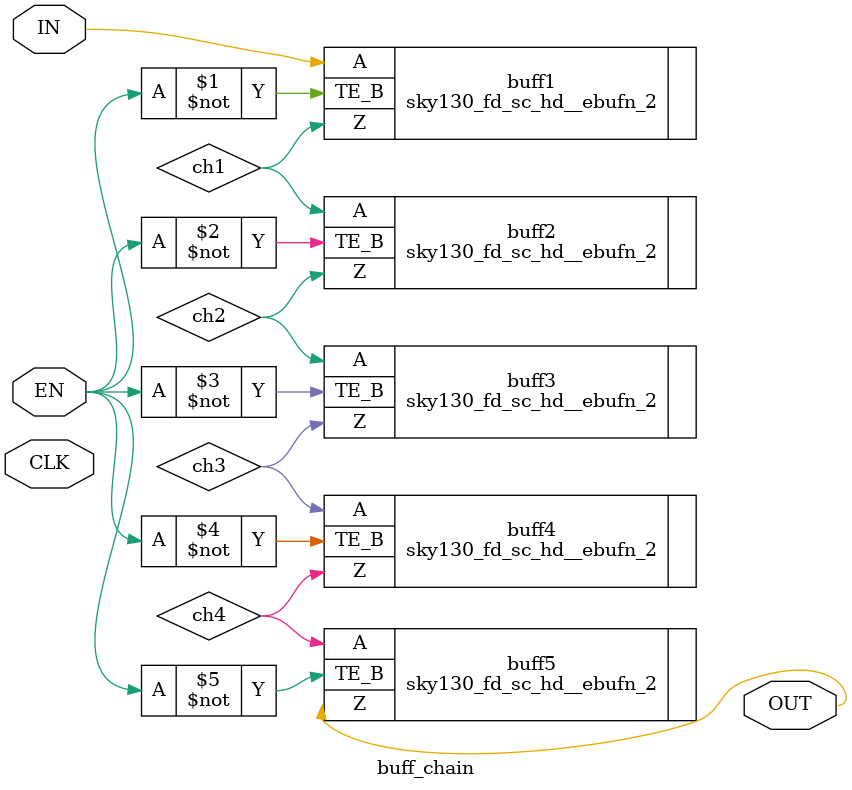
<source format=v>
module buff_chain(
	input CLK,
	input IN,
	input EN,
	output OUT);

  wire ch1, ch2, ch3, ch4;

  sky130_fd_sc_hd__ebufn_2 buff1 (
    .A(IN),
    .Z(ch1),
    .TE_B(~EN));

  sky130_fd_sc_hd__ebufn_2 buff2 (
    .A(ch1),
    .Z(ch2),
    .TE_B(~EN));

  sky130_fd_sc_hd__ebufn_2 buff3 (
    .A(ch2),
    .Z(ch3),
    .TE_B(~EN));

  sky130_fd_sc_hd__ebufn_2 buff4 (
    .A(ch3),
    .Z(ch4),
    .TE_B(~EN));

  sky130_fd_sc_hd__ebufn_2 buff5 (
    .A(ch4),
    .Z(OUT),
    .TE_B(~EN));

endmodule

</source>
